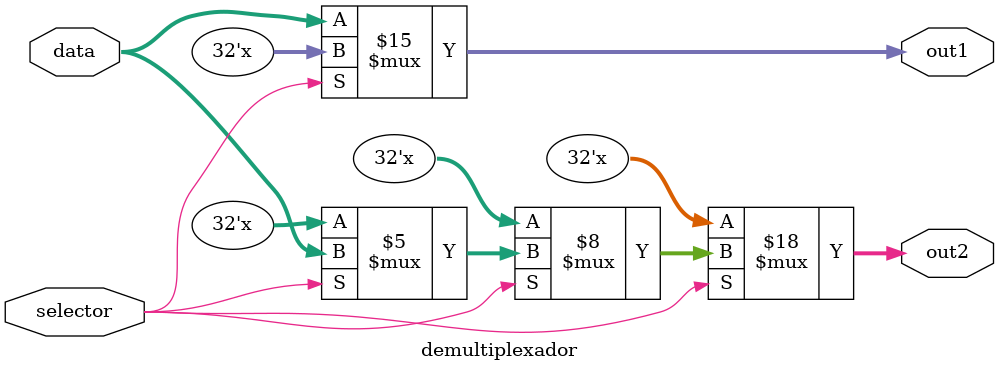
<source format=v>

/*Demultiplexador para saída de dados do decodificador de instrução*/
module demultiplexador(
	 input wire selector,        //entrada de seleção da saída de dados.
	 input wire [31:0] data,     //entrada de dados.
	output wire [31:0] out1,     //primeira saída de dados. (Memória)
 	output wire [31:0] out2      //segunda saída de dados.
);

//Bloco combinacional para redirecionamento da entrada.
always @(*) begin
	if(selector == 1'b0) 
		out1 = data;
	else if(selector == 1'b1)
		out2 = data;
	else begin
		out1 = 32'hxxxxxxxx;
		out2 = 32'hxxxxxxxx;
	end
end
endmodule
</source>
